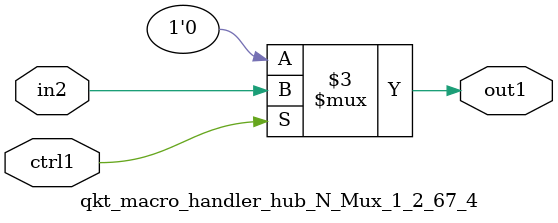
<source format=v>

`timescale 1ps / 1ps


module qkt_macro_handler_hub_N_Mux_1_2_67_4( in2, ctrl1, out1 );

    input in2;
    input ctrl1;
    output out1;
    reg out1;

    
    // rtl_process:qkt_macro_handler_hub_N_Mux_1_2_67_4/qkt_macro_handler_hub_N_Mux_1_2_67_4_thread_1
    always @*
      begin : qkt_macro_handler_hub_N_Mux_1_2_67_4_thread_1
        case (ctrl1) 
          1'b1: 
            begin
              out1 = in2;
            end
          default: 
            begin
              out1 = 1'b0;
            end
        endcase
      end

endmodule



</source>
